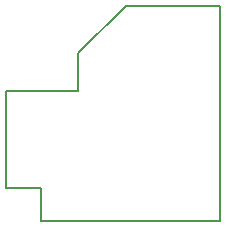
<source format=gbr>
G04 #@! TF.FileFunction,Profile,NP*
%FSLAX46Y46*%
G04 Gerber Fmt 4.6, Leading zero omitted, Abs format (unit mm)*
G04 Created by KiCad (PCBNEW 4.0.5+dfsg1-4) date Sat Aug  4 04:34:50 2018*
%MOMM*%
%LPD*%
G01*
G04 APERTURE LIST*
%ADD10C,0.100000*%
%ADD11C,0.150000*%
G04 APERTURE END LIST*
D10*
D11*
X133000000Y-90500000D02*
X141000000Y-90500000D01*
X129000000Y-94500000D02*
X129000000Y-97700000D01*
X133000000Y-90500000D02*
X129000000Y-94500000D01*
X122900000Y-97700000D02*
X129000000Y-97700000D01*
X141000000Y-90500000D02*
X141000000Y-108700000D01*
X125800000Y-108700000D02*
X141000000Y-108700000D01*
X125800000Y-105900000D02*
X125800000Y-108700000D01*
X125500000Y-105900000D02*
X125800000Y-105900000D01*
X122900000Y-105900000D02*
X125500000Y-105900000D01*
X122900000Y-97700000D02*
X122900000Y-105900000D01*
M02*

</source>
